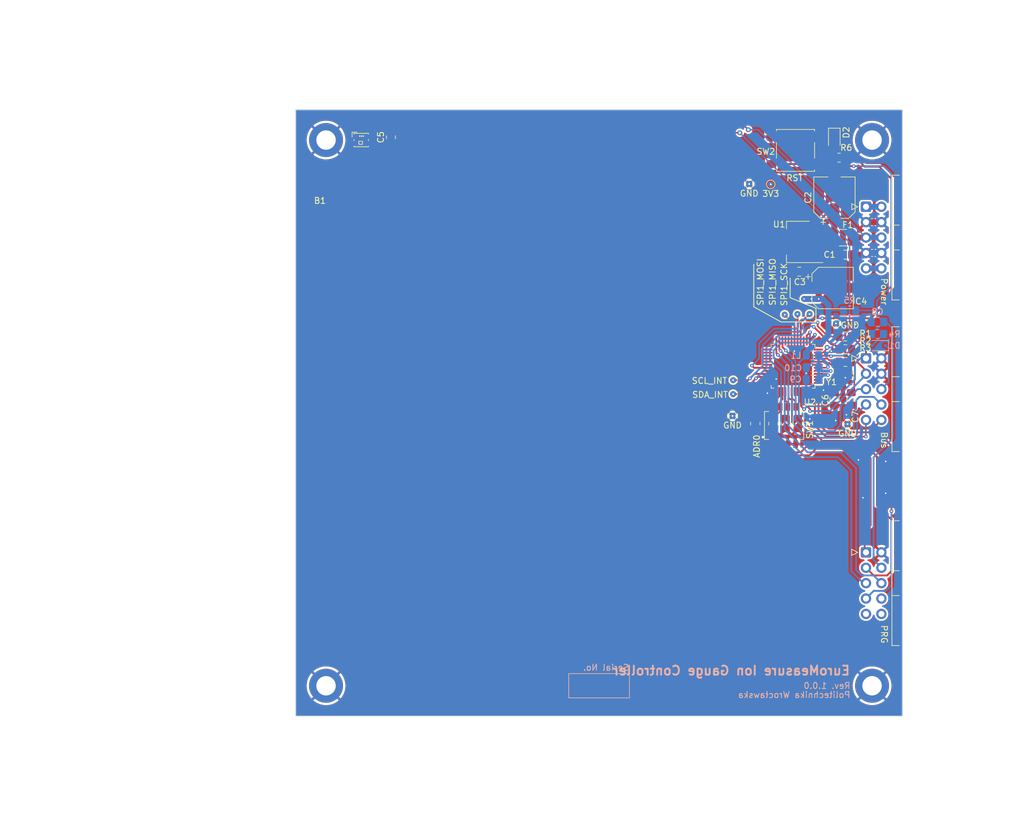
<source format=kicad_pcb>
(kicad_pcb (version 20221018) (generator pcbnew)
  (title_block (title "EuroMeasure Ion Gauge Controller") (date "2023-10-17") (rev "1.0.0"))
  (layers (0 "F.Cu" signal) (31 "B.Cu" signal) (34 "B.Paste" user) (35 "F.Paste" user) (36 "B.SilkS" user "B.Silkscreen") (37 "F.SilkS" user "F.Silkscreen") (38 "B.Mask" user) (39 "F.Mask" user) (44 "Edge.Cuts" user))
  (net 0 "")
  (net 1 "/EuroMeasure/SPI1_SCK")
  (net 2 "GND")
  (net 3 "-15V_INPUT")
  (net 4 "/EuroMeasure/SPI1_MISO")
  (net 5 "/EuroMeasure/SCL_EXT")
  (net 6 "/EuroMeasure/SDA_EXT")
  (net 7 "/EuroMeasure/~{LOCKOUT}")
  (net 8 "/EuroMeasure/RST")
  (net 9 "/EuroMeasure/GP0")
  (net 10 "/EuroMeasure/GP1")
  (net 11 "/EuroMeasure/TRG")
  (net 12 "/EuroMeasure/RDY")
  (net 13 "/EuroMeasure/SWDIO")
  (net 14 "/EuroMeasure/SWCLK")
  (net 15 "+3.3V")
  (net 16 "/EuroMeasure/RX_DEBUG")
  (net 17 "/EuroMeasure/TX_DEBUG")
  (net 18 "/EuroMeasure/ADR0")
  (net 19 "/EuroMeasure/ADR1")
  (net 20 "/EuroMeasure/ADR2")
  (net 21 "/EuroMeasure/SPI1_MOSI")
  (net 22 "/EuroMeasure/ADR3")
  (net 23 "/EuroMeasure/SCL_INT")
  (net 24 "/EuroMeasure/SDA_INT")
  (net 25 "5V_INPUT")
  (net 26 "15V_INPUT")
  (net 27 "/EuroMeasure/PC13")
  (net 28 "/EuroMeasure/NC4")
  (net 29 "/EuroMeasure/NC5")
  (net 30 "/EuroMeasure/NC6")
  (net 31 "/EuroMeasure/PA1")
  (net 32 "/EuroMeasure/PA4")
  (net 33 "/EuroMeasure/PB0")
  (net 34 "/EuroMeasure/PB2")
  (net 35 "/EuroMeasure/SPI2_SCK")
  (net 36 "/EuroMeasure/SPI2_MISO")
  (net 37 "/EuroMeasure/PA15")
  (net 38 "/EuroMeasure/PB3")
  (net 39 "/EuroMeasure/RGB_OUT")
  (net 40 "/EuroMeasure/PB1")
  (net 41 "/EuroMeasure/SPI2_MOSI")
  (net 42 "/EuroMeasure/PA8")
  (net 43 "/EuroMeasure/PA9")
  (net 44 "/EuroMeasure/PC6")
  (net 45 "/EuroMeasure/PA10")
  (net 46 "/EuroMeasure/PB4")
  (net 47 "/EuroMeasure/PB5")
  (net 48 "/EuroMeasure/RGB_LED")
  (net 49 "Net-(U1-VI)")
  (net 50 "/EuroMeasure/OSC_OUT")
  (net 51 "Net-(C7-Pad1)")
  (net 52 "/EuroMeasure/RST_LOCAL")
  (net 53 "/EuroMeasure/MCU_PWR")
  (net 54 "Net-(D1-A)")
  (net 55 "/EuroMeasure/OSC_IN")
  (net 56 "/EuroMeasure/OSC32_IN")
  (net 57 "/EuroMeasure/OSC32_OUT")
  (net 58 "/EuroMeasure/LED")
  (net 59 "Net-(D2-A)")
  (footprint "MEMS_Custom:EuroMeasureLED" (layer "F.Cu") (at 100 50)
    (fp_text reference "B1")
    (fp_text value "EuroBoard")
  )
  (footprint "Capacitor_SMD:C_0805_2012Metric_Pad1.18x1.45mm_HandSolder" (layer "F.Cu") (at 190.6 91.6 180)
    (fp_text reference "R3")
    (fp_text value "0R")
  )
  (footprint "Capacitor_SMD:C_0805_2012Metric_Pad1.18x1.45mm_HandSolder" (layer "F.Cu") (at 190.6 89.5)
    (fp_text reference "R2")
    (fp_text value "0R")
  )
  (footprint "Capacitor_SMD:C_0805_2012Metric_Pad1.18x1.45mm_HandSolder" (layer "F.Cu") (at 115.7 54.5375 90)
    (fp_text reference "C5")
    (fp_text value "10u")
  )
  (footprint "MEMS_Passive:R_0805_2012Metric_Jumper" (layer "F.Cu") (at 182.75 101.75 -90)
    (fp_text reference "JP4" hide)
    (fp_text value "ADR3")
  )
  (footprint "Capacitor_SMD:C_0805_2012Metric_Pad1.18x1.45mm_HandSolder" (layer "F.Cu") (at 190.5775 87.4 180)
    (fp_text reference "R1")
    (fp_text value "0R")
  )
  (footprint "Oscillator:Oscillator_SMD_Abracon_ASDMB-4Pin_2.5x2.0mm" (layer "F.Cu") (at 190.6 94.2 180)
    (fp_text reference "Y1")
    (fp_text value "16MHz")
  )
  (footprint "MEMS_Custom:TestPoint_Pad_D1.0mm" (layer "F.Cu") (at 180.6 83.8)
    (fp_text reference "TP3")
    (fp_text value "SPI1_MOSI")
  )
  (footprint "MEMS_Custom:TestPoint_Pad_D1.0mm" (layer "F.Cu") (at 172 100.5)
    (fp_text reference "TP6")
    (fp_text value "GND")
  )
  (footprint "MEMS_Passive:R_0805_2012Metric_Jumper" (layer "F.Cu") (at 175.75 101.75 -90)
    (fp_text reference "JP1" hide)
    (fp_text value "ADR0")
  )
  (footprint "MEMS_Custom:TestPoint_Pad_D1.0mm" (layer "F.Cu") (at 184.7 83.7)
    (fp_text reference "TP1")
    (fp_text value "SPI1_SCK")
  )
  (footprint "Package_TO_SOT_SMD:SOT-223-3_TabPin2" (layer "F.Cu") (at 182.8 71.8 180)
    (fp_text reference "U1")
    (fp_text value "AZ1117-3V3")
  )
  (footprint "Package_QFP:LQFP-48_7x7mm_P0.5mm" (layer "F.Cu") (at 181.9775 92.305 180)
    (fp_text reference "U2")
    (fp_text value "STM32G030CxT")
  )
  (footprint "MEMS_Custom:TestPoint_Pad_D1.0mm" (layer "F.Cu") (at 172.1 94.6)
    (fp_text reference "TP4")
    (fp_text value "SCL_INT")
  )
  (footprint "Fuse:Fuse_1210_3225Metric" (layer "F.Cu") (at 190.2 71.1 180)
    (fp_text reference "F1")
    (fp_text value "Polyfuse 0.5A")
  )
  (footprint "Button_Switch_SMD:SW_SPST_B3S-1000" (layer "F.Cu") (at 182.3775 56.705)
    (fp_text reference "SW2")
    (fp_text value "RST")
  )
  (footprint "MEMS_Custom:TestPoint_Pad_D1.0mm" (layer "F.Cu") (at 190.95 101.85)
    (fp_text reference "TP7")
    (fp_text value "GND")
  )
  (footprint "Button_Switch_SMD:SW_DIP_SPSTx04_Slide_Omron_A6H-4101_W6.15mm_P1.27mm" (layer "F.Cu") (at 180.5 102.075 -90)
    (fp_text reference "SW1")
    (fp_text value "SW_DIP_x04")
  )
  (footprint "MEMS_Custom:TestPoint_Pad_D1.0mm" (layer "F.Cu") (at 182.7 83.7)
    (fp_text reference "TP2")
    (fp_text value "SPI1_MISO")
  )
  (footprint "Capacitor_SMD:C_0805_2012Metric_Pad1.18x1.45mm_HandSolder" (layer "F.Cu") (at 190.6 73.9)
    (fp_text reference "C1")
    (fp_text value "10u")
  )
  (footprint "MEMS_Custom:TestPoint_Pad_D1.0mm" (layer "F.Cu") (at 189.05 85.25)
    (fp_text reference "TP9")
    (fp_text value "GND")
  )
  (footprint "LED_SMD:LED_0805_2012Metric_Pad1.15x1.40mm_HandSolder" (layer "F.Cu") (at 188.7775 54.905 -90)
    (fp_text reference "D2")
    (fp_text value "RED")
  )
  (footprint "MEMS_Passive:R_0805_2012Metric_Jumper" (layer "F.Cu") (at 180.75 101.75 -90)
    (fp_text reference "JP3" hide)
    (fp_text value "ADR2")
  )
  (footprint "Resistor_SMD:R_0805_2012Metric_Pad1.20x1.40mm_HandSolder" (layer "F.Cu") (at 189.5775 57.905)
    (fp_text reference "R6")
    (fp_text value "1k")
  )
  (footprint "MEMS_Custom:TestPoint_Pad_D1.0mm" (layer "F.Cu") (at 178.3 62.3)
    (fp_text reference "TP10")
    (fp_text value "3V3")
  )
  (footprint "MEMS_Passive:R_0805_2012Metric_Jumper" (layer "F.Cu") (at 178.75 101.75 -90)
    (fp_text reference "JP2" hide)
    (fp_text value "ADR1")
  )
  (footprint "Capacitor_SMD:C_0805_2012Metric_Pad1.18x1.45mm_HandSolder" (layer "F.Cu") (at 188.8 97.7 -90)
    (fp_text reference "C6")
    (fp_text value "8p")
  )
  (footprint "Capacitor_SMD:CP_Elec_6.3x7.7" (layer "F.Cu") (at 188.8 64.5 90)
    (fp_text reference "C2")
    (fp_text value "220u")
  )
  (footprint "Capacitor_SMD:CP_Elec_6.3x7.7" (layer "F.Cu") (at 188.5 79.4)
    (fp_text reference "C4")
    (fp_text value "220u")
  )
  (footprint "Capacitor_SMD:C_0805_2012Metric_Pad1.18x1.45mm_HandSolder" (layer "F.Cu") (at 183 76.7)
    (fp_text reference "C3")
    (fp_text value "10u")
  )
  (footprint "MEMS_Custom:TestPoint_Pad_D1.0mm" (layer "F.Cu") (at 174.75 62.25)
    (fp_text reference "TP8")
    (fp_text value "GND")
  )
  (footprint "Capacitor_SMD:C_0805_2012Metric_Pad1.18x1.45mm_HandSolder" (layer "F.Cu") (at 191.5775 97.7 -90)
    (fp_text reference "C7")
    (fp_text value "8p")
  )
  (footprint "MEMS_Custom:TestPoint_Pad_D1.0mm" (layer "F.Cu") (at 172.1 96.9)
    (fp_text reference "TP5")
    (fp_text value "SDA_INT")
  )
  (footprint "Diode_SMD:D_SOD-323F" (layer "B.Cu") (at 196.1 88.9 180)
    (fp_text reference "D1")
    (fp_text value "1N4148")
  )
  (footprint "Capacitor_SMD:C_0805_2012Metric_Pad1.18x1.45mm_HandSolder" (layer "B.Cu") (at 185.1775 92.505 180)
    (fp_text reference "C10")
    (fp_text value "10u")
  )
  (footprint "Capacitor_SMD:C_0805_2012Metric_Pad1.18x1.45mm_HandSolder" (layer "B.Cu") (at 195.9 85 180)
    (fp_text reference "C8")
    (fp_text value "100n")
  )
  (footprint "Resistor_SMD:R_0805_2012Metric_Pad1.20x1.40mm_HandSolder" (layer "B.Cu") (at 195.9 87)
    (fp_text reference "R4")
    (fp_text value "1k")
  )
  (footprint "Capacitor_SMD:C_0805_2012Metric_Pad1.18x1.45mm_HandSolder" (layer "B.Cu") (at 185.1775 94.505 180)
    (fp_text reference "C9")
    (fp_text value "100n")
  )
  (footprint "Resistor_SMD:R_0805_2012Metric_Pad1.20x1.40mm_HandSolder" (layer "B.Cu") (at 191.3 83.1 180)
    (fp_text reference "R5")
    (fp_text value "1k")
  )
  (footprint "Inductor_SMD:L_0805_2012Metric_Pad1.15x1.40mm_HandSolder" (layer "B.Cu") (at 185.1775 90.505)
    (fp_text reference "L1")
    (fp_text value "Ferrite")
  )
  (gr_line (start 175.5 82.5) (end 180 85) (stroke (width 0.15)) (layer "F.SilkS"))
  (gr_line (start 193 90) (end 192.5 90.5) (stroke (width 0.15)) (layer "F.SilkS"))
  (gr_line (start 180 85) (end 185.75 85) (stroke (width 0.15)) (layer "F.SilkS"))
  (gr_line (start 185.75 82.75) (end 181.5 81) (stroke (width 0.15)) (layer "F.SilkS"))
  (gr_line (start 175.5 82.5) (end 175.5 75.5) (stroke (width 0.15)) (layer "F.SilkS"))
  (gr_line (start 181.5 81) (end 181.5 77.8) (stroke (width 0.15)) (layer "F.SilkS"))
  (gr_line (start 185.75 85) (end 185.75 82.75) (stroke (width 0.15)) (layer "F.SilkS"))
  (gr_rect (start 100 50) (end 200 150) (stroke (width 0.1)) (fill none) (layer "Edge.Cuts"))
  (segment (start 183.2275 85.1225) (end 184.65 83.7) (width 0.3) (layer "F.Cu") (net 1))
  (segment (start 183.2275 88.1425) (end 183.2275 85.1225) (width 0.3) (layer "F.Cu") (net 1))
  (segment (start 184.9775 95.195685) (end 185.631815 95.85) (width 0.25) (layer "F.Cu") (net 2))
  (segment (start 194 73.62) (end 196.54 73.62) (width 1) (layer "F.Cu") (net 2))
  (segment (start 191.2775 79.305) (end 191.2275 79.305) (width 1) (layer "F.Cu") (net 2))
  (segment (start 193.715 73.905) (end 194 73.62) (width 1) (layer "F.Cu") (net 2))
  (segment (start 191.615 73.905) (end 193.715 73.905) (width 1) (layer "F.Cu") (net 2))
  (segment (start 196.54 68.54) (end 194 68.54) (width 1) (layer "F.Cu") (net 2))
  (segment (start 184.3 90.05) (end 185.75 88.6) (width 0.25) (layer "F.Cu") (net 2))
  (segment (start 191.2275 79.305) (end 186.1275 74.205) (width 1) (layer "F.Cu") (net 2))
  (segment (start 185.0275 92.055) (end 186.14 92.055) (width 0.25) (layer "F.Cu") (net 2))
  (segment (start 185.631815 95.85) (end 185.65 95.85) (width 0.25) (layer "F.Cu") (net 2))
  (segment (start 178.4025 54.455) (end 186.3525 54.455) (width 0.3) (layer "F.Cu") (net 2))
  (segment (start 184.015 76.3175) (end 186.1275 74.205) (width 1) (layer "F.Cu") (net 2))
  (segment (start 184.015 76.705) (end 184.015 76.3175) (width 1) (layer "F.Cu") (net 2))
  (via (at 197.25 113.25) (size 0.6) (drill 0.25) (layers "F.Cu" "B.Cu") (net 2))
  (via (at 187 96.25) (size 0.6) (drill 0.25) (layers "F.Cu" "B.Cu") (net 2))
  (via (at 189 101.25) (size 0.6) (drill 0.25) (layers "F.Cu" "B.Cu") (net 2))
  (via (at 177.75 96.75) (size 0.6) (drill 0.25) (layers "F.Cu" "B.Cu") (net 2))
  (via (at 184.75 101) (size 0.6) (drill 0.25) (layers "F.Cu" "B.Cu") (net 2))
  (via (at 190.6755 85.7) (size 0.6) (drill 0.25) (layers "F.Cu" "B.Cu") (net 2))
  (via (at 192.3 85.4) (size 0.6) (drill 0.25) (layers "F.Cu" "B.Cu") (net 2))
  (via (at 185 92.105) (size 0.6) (drill 0.25) (layers "F.Cu" "B.Cu") (net 2))
  (via (at 190.7775 100.305) (size 0.6) (drill 0.25) (layers "F.Cu" "B.Cu") (net 2))
  (via (at 179.2 94.4) (size 0.6) (drill 0.25) (layers "F.Cu" "B.Cu") (net 2))
  (via (at 184.14 93.46) (size 0.6) (drill 0.25) (layers "F.Cu" "B.Cu") (net 2))
  (via (at 192.75 107.75) (size 0.6) (drill 0.25) (layers "F.Cu" "B.Cu") (net 2))
  (via (at 182.2 89.8) (size 0.6) (drill 0.25) (layers "F.Cu" "B.Cu") (net 2))
  (via (at 177 104) (size 0.8) (drill 0.4) (layers "F.Cu" "B.Cu") (net 2))
  (via (at 197.25 108) (size 0.6) (drill 0.25) (layers "F.Cu" "B.Cu") (net 2))
  (via (at 193.5 114) (size 0.6) (drill 0.25) (layers "F.Cu" "B.Cu") (net 2))
  (via (at 188.282153 89.8245) (size 0.6) (drill 0.25) (layers "F.Cu" "B.Cu") (net 2))
  (via (at 190.6 94.2) (size 0.6) (drill 0.25) (layers "F.Cu" "B.Cu") (net 2))
  (segment (start 184.14 94.505) (end 184.14 93.46) (width 0.5) (layer "B.Cu") (net 2))
  (segment (start 184.14 93.46) (end 184.14 92.505) (width 0.5) (layer "B.Cu") (net 2))
  (segment (start 184.54 92.105) (end 184.14 92.505) (width 0.25) (layer "B.Cu") (net 2))
  (segment (start 185.09 92.105) (end 184.54 92.105) (width 0.25) (layer "B.Cu") (net 2))
  (segment (start 193.5525 74.0675) (end 194 73.62) (width 1) (layer "B.Cu") (net 2))
  (segment (start 194 73.62) (end 196.54 73.62) (width 1) (layer "B.Cu") (net 2))
  (segment (start 194 66) (end 196.54 66) (width 1) (layer "B.Cu") (net 3))
  (segment (start 182.7275 83.8275) (end 182.65 83.75) (width 0.3) (layer "F.Cu") (net 4))
  (segment (start 182.7275 88.1425) (end 182.7275 83.8275) (width 0.3) (layer "F.Cu") (net 4))
  (segment (start 183.2275 98.8275) (end 183.2275 96.4675) (width 0.3) (layer "F.Cu") (net 5))
  (segment (start 194 91) (end 194 89.785) (width 0.3) (layer "F.Cu") (net 5))
  (segment (start 194 89.785) (end 191.615 87.4) (width 0.3) (layer "F.Cu") (net 5))
  (segment (start 183.8 99.4) (end 183.2275 98.8275) (width 0.3) (layer "F.Cu") (net 5))
  (via (at 183.8 99.4) (size 0.6) (drill 0.25) (layers "F.Cu" "B.Cu") (net 5))
  (segment (start 187.7775 98.905) (end 192.1775 94.505) (width 0.3) (layer "B.Cu") (net 5))
  (segment (start 183.8 99.4) (end 184.295 98.905) (width 0.3) (layer "B.Cu") (net 5))
  (segment (start 184.295 98.905) (end 187.7775 98.905) (width 0.3) (layer "B.Cu") (net 5))
  (segment (start 193.0825 91) (end 194 91) (width 0.3) (layer "B.Cu") (net 5))
  (segment (start 192.1775 91.905) (end 193.0825 91) (width 0.3) (layer "B.Cu") (net 5))
  (segment (start 192.1775 94.505) (end 192.1775 91.905) (width 0.3) (layer "B.Cu") (net 5))
  (segment (start 194 93.54) (end 194 93.048528) (width 0.3) (layer "F.Cu") (net 6))
  (segment (start 183.7275 98.335761) (end 183.7275 96.4675) (width 0.3) (layer "F.Cu") (net 6))
  (segment (start 194 93.048528) (end 192.575 91.623528) (width 0.3) (layer "F.Cu") (net 6))
  (segment (start 184.7775 99.385761) (end 183.7275 98.335761) (width 0.3) (layer "F.Cu") (net 6))
  (segment (start 192.575 90.4375) (end 191.6375 89.5) (width 0.3) (layer "F.Cu") (net 6))
  (segment (start 192.575 91.623528) (end 192.575 90.4375) (width 0.3) (layer "F.Cu") (net 6))
  (segment (start 184.7775 99.705) (end 184.7775 99.385761) (width 0.3) (layer "F.Cu") (net 6))
  (via (at 184.7775 99.705) (size 0.6) (drill 0.25) (layers "F.Cu" "B.Cu") (net 6))
  (segment (start 184.7775 99.705) (end 188.00625 99.705) (width 0.3) (layer "B.Cu") (net 6))
  (segment (start 188.00625 99.705) (end 194 93.71125) (width 0.3) (layer "B.Cu") (net 6))
  (segment (start 194 93.71125) (end 194 93.54) (width 0.3) (layer "B.Cu") (net 6))
  (segment (start 180.2275 89.155) (end 180.7775 89.705) (width 0.3) (layer "F.Cu") (net 7))
  (segment (start 180.2275 88.1425) (end 180.2275 89.155) (width 0.3) (layer "F.Cu") (net 7))
  (via (at 180.7775 89.705) (size 0.6) (drill 0.25) (layers "F.Cu" "B.Cu") (net 7))
  (segment (start 181.95 91.069239) (end 182.4 91.519239) (width 0.3) (layer "B.Cu") (net 7))
  (segment (start 189.7775 98.905) (end 192.6025 96.08) (width 0.3) (layer "B.Cu") (net 7))
  (segment (start 184.2775 103.005) (end 188.7775 103.005) (width 0.3) (layer "B.Cu") (net 7))
  (segment (start 192.6025 96.08) (end 194 96.08) (width 0.3) (layer "B.Cu") (net 7))
  (segment (start 180.7775 89.705) (end 181.95 90.8775) (width 0.3) (layer "B.Cu") (net 7))
  (segment (start 182.4 91.519239) (end 182.4 101.1275) (width 0.3) (layer "B.Cu") (net 7))
  (segment (start 181.95 90.8775) (end 181.95 91.069239) (width 0.3) (layer "B.Cu") (net 7))
  (segment (start 188.7775 103.005) (end 189.7775 102.005) (width 0.3) (layer "B.Cu") (net 7))
  (segment (start 182.4 101.1275) (end 184.2775 103.005) (width 0.3) (layer "B.Cu") (net 7))
  (segment (start 189.7775 102.005) (end 189.7775 98.905) (width 0.3) (layer "B.Cu") (net 7))
  (segment (start 197.2725 88.9) (end 197.2 88.9) (width 0.25) (layer "B.Cu") (net 8))
  (segment (start 197.715 94.905) (end 196.54 96.08) (width 0.25) (layer "B.Cu") (net 8))
  (segment (start 197.715 89.3425) (end 197.715 94.905) (width 0.25) (layer "B.Cu") (net 8))
  (segment (start 197.715 89.3425) (end 197.2725 88.9) (width 0.25) (layer "B.Cu") (net 8))
  (segment (start 179.2275 90.178352) (end 179.486013 90.436865) (width 0.3) (layer "F.Cu") (net 9))
  (segment (start 179.2275 88.1425) (end 179.2275 90.178352) (width 0.3) (layer "F.Cu") (net 9))
  (via (at 179.486013 90.436865) (size 0.6) (drill 0.25) (layers "F.Cu" "B.Cu") (net 9))
  (segment (start 191.845 104.105) (end 192.55 103.4) (width 0.3) (layer "B.Cu") (net 9))
  (segment (start 179.509365 90.436865) (end 181.2 92.1275) (width 0.3) (layer "B.Cu") (net 9))
  (segment (start 179.486013 90.436865) (end 179.509365 90.436865) (width 0.3) (layer "B.Cu") (net 9))
  (segment (start 192.55 100.07) (end 194 98.62) (width 0.3) (layer "B.Cu") (net 9))
  (segment (start 192.55 103.4) (end 192.55 100.07) (width 0.3) (layer "B.Cu") (net 9))
  (segment (start 181.2 92.1275) (end 181.2 102.1275) (width 0.3) (layer "B.Cu") (net 9))
  (segment (start 181.2 102.1275) (end 183.1775 104.105) (width 0.3) (layer "B.Cu") (net 9))
  (segment (start 183.1775 104.105) (end 191.845 104.105) (width 0.3) (layer "B.Cu") (net 9))
  (segment (start 179.7275 89.573532) (end 179.918234 89.764266) (width 0.3) (layer "F.Cu") (net 10))
  (segment (start 179.7275 88.1425) (end 179.7275 89.573532) (width 0.3) (layer "F.Cu") (net 10))
  (via (at 179.918234 89.764266) (size 0.6) (drill 0.25) (layers "F.Cu" "B.Cu") (net 10))
  (segment (start 181.8 91.646032) (end 181.8 101.5275) (width 0.3) (layer "B.Cu") (net 10))
  (segment (start 192 99.6825) (end 192.3775 99.305) (width 0.3) (layer "B.Cu") (net 10))
  (segment (start 191.295 103.505) (end 192 102.8) (width 0.3) (layer "B.Cu") (net 10))
  (segment (start 195.275 97.355) (end 196.54 98.62) (width 0.3) (layer "B.Cu") (net 10))
  (segment (start 181.8 101.5275) (end 183.7775 103.505) (width 0.3) (layer "B.Cu") (net 10))
  (segment (start 192 102.8) (end 192 99.6825) (width 0.3) (layer "B.Cu") (net 10))
  (segment (start 183.7775 103.505) (end 191.295 103.505) (width 0.3) (layer "B.Cu") (net 10))
  (segment (start 179.918234 89.764266) (end 181.8 91.646032) (width 0.3) (layer "B.Cu") (net 10))
  (segment (start 192.3775 99.305) (end 192.3775 97.905) (width 0.3) (layer "B.Cu") (net 10))
  (segment (start 192.3775 97.905) (end 192.9275 97.355) (width 0.3) (layer "B.Cu") (net 10))
  (segment (start 192.9275 97.355) (end 195.275 97.355) (width 0.3) (layer "B.Cu") (net 10))
  (segment (start 184.2275 97.306041) (end 185.5775 98.656041) (width 0.3) (layer "F.Cu") (net 11))
  (segment (start 187.3775 103.905) (end 193.9775 103.905) (width 0.3) (layer "F.Cu") (net 11))
  (segment (start 184.2275 96.4675) (end 184.2275 97.306041) (width 0.3) (layer "F.Cu") (net 11))
  (segment (start 185.5775 98.656041) (end 185.5775 102.105) (width 0.3) (layer "F.Cu") (net 11))
  (segment (start 185.5775 102.105) (end 187.3775 103.905) (width 0.3) (layer "F.Cu") (net 11))
  (via (at 193.9775 103.905) (size 0.6) (drill 0.25) (layers "F.Cu" "B.Cu") (net 11))
  (segment (start 193.9775 101.1825) (end 194 101.16) (width 0.3) (layer "B.Cu") (net 11))
  (segment (start 193.9775 103.905) (end 193.9775 101.1825) (width 0.3) (layer "B.Cu") (net 11))
  (segment (start 186.1775 101.805) (end 187.5725 103.2) (width 0.3) (layer "F.Cu") (net 12))
  (segment (start 194.5 103.2) (end 196.54 101.16) (width 0.3) (layer "F.Cu") (net 12))
  (segment (start 186.1775 97.9175) (end 186.1775 101.805) (width 0.3) (layer "F.Cu") (net 12))
  (segment (start 187.5725 103.2) (end 194.5 103.2) (width 0.3) (layer "F.Cu") (net 12))
  (segment (start 184.7275 96.4675) (end 186.1775 97.9175) (width 0.3) (layer "F.Cu") (net 12))
  (segment (start 173.25 103.25) (end 177 107) (width 0.3) (layer "F.Cu") (net 13))
  (segment (start 176.5275 94.555) (end 173.25 97.8325) (width 0.3) (layer "F.Cu") (net 13))
  (segment (start 177 107) (end 184.6825 107) (width 0.3) (layer "F.Cu") (net 13))
  (segment (start 193.7775 122.7775) (end 194 123) (width 0.3) (layer "F.Cu") (net 13))
  (segment (start 184.6825 107) (end 185.7775 105.905) (width 0.3) (layer "F.Cu") (net 13))
  (segment (start 185.7775 105.905) (end 193.1775 105.905) (width 0.3) (layer "F.Cu") (net 13))
  (segment (start 177.815 94.555) (end 176.5275 94.555) (width 0.3) (layer "F.Cu") (net 13))
  (segment (start 193.1775 105.905) (end 194.7775 107.505) (width 0.3) (layer "F.Cu") (net 13))
  (segment (start 194.7775 107.505) (end 194.7775 118.505) (width 0.3) (layer "F.Cu") (net 13))
  (segment (start 193.7775 119.505) (end 193.7775 122.7775) (width 0.3) (layer "F.Cu") (net 13))
  (segment (start 173.25 97.8325) (end 173.25 103.25) (width 0.3) (layer "F.Cu") (net 13))
  (segment (start 194.7775 118.505) (end 193.7775 119.505) (width 0.3) (layer "F.Cu") (net 13))
  (segment (start 177.815 95.055) (end 176.8275 95.055) (width 0.3) (layer "F.Cu") (net 14))
  (segment (start 195.265 126.805) (end 194 125.54) (width 0.3) (layer "F.Cu") (net 14))
  (segment (start 173.75 98.1325) (end 173.75 103) (width 0.3) (layer "F.Cu") (net 14))
  (segment (start 197.4775 126.805) (end 195.265 126.805) (width 0.3) (layer "F.Cu") (net 14))
  (segment (start 176.8275 95.055) (end 173.75 98.1325) (width 0.3) (layer "F.Cu") (net 14))
  (segment (start 177.25 106.5) (end 183.25 106.5) (width 0.3) (layer "F.Cu") (net 14))
  (segment (start 193.905 105.305) (end 195.8 107.2) (width 0.3) (layer "F.Cu") (net 14))
  (segment (start 183.25 106.5) (end 184.445 105.305) (width 0.3) (layer "F.Cu") (net 14))
  (segment (start 173.75 103) (end 177.25 106.5) (width 0.3) (layer "F.Cu") (net 14))
  (segment (start 195.8 115.2) (end 198.1775 117.5775) (width 0.3) (layer "F.Cu") (net 14))
  (segment (start 184.445 105.305) (end 193.905 105.305) (width 0.3) (layer "F.Cu") (net 14))
  (segment (start 198.1775 117.5775) (end 198.1775 126.105) (width 0.3) (layer "F.Cu") (net 14))
  (segment (start 195.8 107.2) (end 195.8 115.2) (width 0.3) (layer "F.Cu") (net 14))
  (segment (start 198.1775 126.105) (end 197.4775 126.805) (width 0.3) (layer "F.Cu") (net 14))
  (segment (start 186.2 79.6275) (end 185.8775 79.305) (width 1) (layer "F.Cu") (net 15))
  (segment (start 185 81.2) (end 186.2 81.2) (width 1) (layer "F.Cu") (net 15))
  (segment (start 184.458997 79.305) (end 181.94 76.786003) (width 1) (layer "F.Cu") (net 15))
  (segment (start 181.94 76.705) (end 181.94 74.0175) (width 1) (layer "F.Cu") (net 15))
  (segment (start 181.94 76.786003) (end 181.94 76.705) (width 1) (layer "F.Cu") (net 15))
  (segment (start 181.94 74.0175) (end 179.8275 71.905) (width 1) (layer "F.Cu") (net 15))
  (segment (start 185.8775 79.305) (end 184.458997 79.305) (width 1) (layer "F.Cu") (net 15))
  (segment (start 186.1275 71.905) (end 179.8275 71.905) (width 1) (layer "F.Cu") (net 15))
  (segment (start 197.4 104.6) (end 198.2 105.4) (width 0.3) (layer "F.Cu") (net 15))
  (segment (start 186.8 104.6) (end 197.4 104.6) (width 0.3) (layer "F.Cu") (net 15))
  (segment (start 184.2 102) (end 186.8 104.6) (width 0.3) (layer "F.Cu") (net 15))
  (segment (start 198.2 105.4) (end 198.2 116.2) (width 0.3) (layer "F.Cu") (net 15))
  (segment (start 183.8 81.2) (end 185 81.2) (width 1) (layer "F.Cu") (net 15))
  (segment (start 186.2 81.2) (end 186.2 79.6275) (width 1) (layer "F.Cu") (net 15))
  (via (at 186.2 81.2) (size 0.6) (drill 0.25) (layers "F.Cu" "B.Cu") (net 15))
  (via (at 183.8 81.2) (size 0.6) (drill 0.25) (layers "F.Cu" "B.Cu") (net 15))
  (via (at 198.2 116.2) (size 0.6) (drill 0.25) (layers "F.Cu" "B.Cu") (net 15))
  (via (at 184.2 102) (size 0.6) (drill 0.25) (layers "F.Cu" "B.Cu") (net 15))
  (via (at 185 81.2) (size 0.6) (drill 0.25) (layers "F.Cu" "B.Cu") (net 15))
  (segment (start 187.8 87.2) (end 187.8 83.1) (width 1) (layer "B.Cu") (net 15))
  (segment (start 187.8 83.1) (end 187.8 82.2) (width 1) (layer "B.Cu") (net 15))
  (segment (start 195.27 129.35) (end 194 130.62) (width 0.3) (layer "B.Cu") (net 15))
  (segment (start 198.2 128.45) (end 197.3 129.35) (width 0.3) (layer "B.Cu") (net 15))
  (segment (start 186.8 81.2) (end 186.2 81.2) (width 1) (layer "B.Cu") (net 15))
  (segment (start 185.802082 88.4) (end 186.6 88.4) (width 1) (layer "B.Cu") (net 15))
  (segment (start 185 81.2) (end 183.8 81.2) (width 1) (layer "B.Cu") (net 15))
  (segment (start 184.2 101.95) (end 182.9275 100.6775) (width 0.3) (layer "B.Cu") (net 15))
  (segment (start 186.2 81.2) (end 185 81.2) (width 1) (layer "B.Cu") (net 15))
  (segment (start 182.9275 91.73) (end 184.1525 90.505) (width 0.3) (layer "B.Cu") (net 15))
  (segment (start 184.2 102) (end 184.2 101.95) (width 0.3) (layer "B.Cu") (net 15))
  (segment (start 190.3 83.1) (end 187.8 83.1) (width 0.25) (layer "B.Cu") (net 15))
  (segment (start 184.1525 90.049582) (end 185.802082 88.4) (width 1) (layer "B.Cu") (net 15))
  (segment (start 182.9275 100.6775) (end 182.9275 91.73) (width 0.3) (layer "B.Cu") (net 15))
  (segment (start 186.6 88.4) (end 187.8 87.2) (width 1) (layer "B.Cu") (net 15))
  (segment (start 197.3 129.35) (end 195.27 129.35) (width 0.3) (layer "B.Cu") (net 15))
  (segment (start 198.2 116.2) (end 198.2 128.45) (width 0.3) (layer "B.Cu") (net 15))
  (segment (start 187.8 82.2) (end 186.8 81.2) (width 1) (layer "B.Cu") (net 15))
  (segment (start 184.1525 90.505) (end 184.1525 90.049582) (width 1) (layer "B.Cu") (net 15))
  (segment (start 184.2275 88.1425) (end 184.2275 87.255) (width 0.3) (layer "F.Cu") (net 16))
  (segment (start 184.2275 87.255) (end 184.7775 86.705) (width 0.3) (layer "F.Cu") (net 16))
  (via (at 184.7775 86.705) (size 0.6) (drill 0.25) (layers "F.Cu" "B.Cu") (net 16))
  (segment (start 180 103.3275) (end 183.9775 107.305) (width 0.3) (layer "B.Cu") (net 16))
  (segment (start 193.5525 128.08) (end 194 128.08) (width 0.3) (layer "B.Cu") (net 16))
  (segment (start 178.1775 91.305) (end 180 93.1275) (width 0.3) (layer "B.Cu") (net 16))
  (segment (start 180 93.1275) (end 180 103.3275) (width 0.3) (layer "B.Cu") (net 16))
  (segment (start 179.8825 87.8) (end 178.1775 89.505) (width 0.3) (layer "B.Cu") (net 16))
  (segment (start 184.7775 87.4) (end 184.3775 87.8) (width 0.3) (layer "B.Cu") (net 16))
  (segment (start 191.5775 126.105) (end 193.5525 128.08) (width 0.3) (layer "B.Cu") (net 16))
  (segment (start 191.5775 109.505) (end 191.5775 126.105) (width 0.3) (layer "B.Cu") (net 16))
  (segment (start 183.9775 107.305) (end 189.3775 107.305) (width 0.3) (layer "B.Cu") (net 16))
  (segment (start 184.7775 86.705) (end 184.7775 87.4) (width 0.3) (layer "B.Cu") (net 16))
  (segment (start 189.3775 107.305) (end 191.5775 109.505) (width 0.3) (layer "B.Cu") (net 16))
  (segment (start 178.1775 89.505) (end 178.1775 91.305) (width 0.3) (layer "B.Cu") (net 16))
  (segment (start 184.3775 87.8) (end 179.8825 87.8) (width 0.3) (layer "B.Cu") (net 16))
  (segment (start 184.7275 88.1425) (end 184.7275 87.955) (width 0.3) (layer "F.Cu") (net 17))
  (segment (start 184.7275 87.955) (end 185.5775 87.105) (width 0.3) (layer "F.Cu") (net 17))
  (via (at 185.5775 87.105) (size 0.6) (drill 0.25) (layers "F.Cu" "B.Cu") (net 17))
  (segment (start 178.7775 90.905) (end 178.7775 89.705) (width 0.3) (layer "B.Cu") (net 17))
  (segment (start 193.25 126.8) (end 192.3775 125.9275) (width 0.3) (layer "B.Cu") (net 17))
  (segment (start 178.7775 89.705) (end 180.0825 88.4) (width 0.3) (layer "B.Cu") (net 17))
  (segment (start 180.6 102.7275) (end 180.6 92.7275) (width 0.3) (layer "B.Cu") (net 17))
  (segment (start 196.54 128.08) (end 195.26 126.8) (width 0.3) (layer "B.Cu") (net 17))
  (segment (start 185.5775 87.4225) (end 185.5775 87.105) (width 0.3) (layer "B.Cu") (net 17))
  (segment (start 180.6 92.7275) (end 178.7775 90.905) (width 0.3) (layer "B.Cu") (net 17))
  (segment (start 192.3775 109.105) (end 189.7775 106.505) (width 0.3) (layer "B.Cu") (net 17))
  (segment (start 180.0825 88.4) (end 184.6 88.4) (width 0.3) (layer "B.Cu") (net 17))
  (segment (start 192.3775 125.9275) (end 192.3775 109.105) (width 0.3) (layer "B.Cu") (net 17))
  (segment (start 195.26 126.8) (end 193.25 126.8) (width 0.3) (layer "B.Cu") (net 17))
  (segment (start 184.6 88.4) (end 185.5775 87.4225) (width 0.3) (layer "B.Cu") (net 17))
  (segment (start 184.3775 106.505) (end 180.6 102.7275) (width 0.3) (layer "B.Cu") (net 17))
  (segment (start 189.7775 106.505) (end 184.3775 106.505) (width 0.3) (layer "B.Cu") (net 17))
  (segment (start 178.998185 98) (end 178.75 98) (width 0.25) (layer "F.Cu") (net 18))
  (segment (start 179.7275 96.4675) (end 179.7275 97.270685) (width 0.25) (layer "F.Cu") (net 18))
  (segment (start 177.5875 99) (end 175.75 100.8375) (width 0.25) (layer "F.Cu") (net 18))
  (segment (start 179.7275 97.270685) (end 178.998185 98) (width 0.25) (layer "F.Cu") (net 18))
  (segment (start 178.75 98) (end 178.595 98.155) (width 0.25) (layer "F.Cu") (net 18))
  (segment (start 178.595 98.155) (end 178.595 99) (width 0.25) (layer "F.Cu") (net 18))
  (segment (start 178.595 99) (end 177.5875 99) (width 0.25) (layer "F.Cu") (net 18))
  (segment (start 179.865 98.135) (end 180.2275 97.7725) (width 0.25) (layer "F.Cu") (net 19))
  (segment (start 179.865 99) (end 179.865 99.7225) (width 0.25) (layer "F.Cu") (net 19))
  (segment (start 180.2275 97.7725) (end 180.2275 96.4675) (width 0.25) (layer "F.Cu") (net 19))
  (segment (start 179.865 99) (end 179.865 98.135) (width 0.25) (layer "F.Cu") (net 19))
  (segment (start 179.865 99.7225) (end 178.75 100.8375) (width 0.25) (layer "F.Cu") (net 19))
  (segment (start 181.135 99) (end 181.135 100.4525) (width 0.25) (layer "F.Cu") (net 20))
  (segment (start 180.7275 97.9775) (end 180.7275 96.4675) (width 0.25) (layer "F.Cu") (net 20))
  (segment (start 181.135 100.4525) (end 180.75 100.8375) (width 0.25) (layer "F.Cu") (net 20))
  (segment (start 181.135 98.385) (end 180.7275 97.9775) (width 0.25) (layer "F.Cu") (net 20))
  (segment (start 181.135 99) (end 181.135 98.385) (width 0.25) (layer "F.Cu") (net 20))
  (segment (start 182.2275 85.455) (end 180.58625 83.81375) (width 0.3) (layer "F.Cu") (net 21))
  (segment (start 182.2275 88.1425) (end 182.2275 85.455) (width 0.3) (layer "F.Cu") (net 21))
  (segment (start 182.405 100.4925) (end 182.75 100.8375) (width 0.25) (layer "F.Cu") (net 22))
  (segment (start 181.2275 97.4775) (end 181.2275 96.4675) (width 0.25) (layer "F.Cu") (net 22))
  (segment (start 182 97.75) (end 181.5 97.75) (width 0.25) (layer "F.Cu") (net 22))
  (segment (start 182.405 99) (end 182.405 100.4925) (width 0.25) (layer "F.Cu") (net 22))
  (segment (start 182.405 99) (end 182.405 98.155) (width 0.25) (layer "F.Cu") (net 22))
  (segment (start 181.5 97.75) (end 181.2275 97.4775) (width 0.25) (layer "F.Cu") (net 22))
  (segment (start 182.405 98.155) (end 182 97.75) (width 0.25) (layer "F.Cu") (net 22))
  (segment (start 174.5775 94.605) (end 174.8775 94.305) (width 0.3) (layer "F.Cu") (net 23))
  (segment (start 189.54 87.4) (end 187.735 87.4) (width 0.25) (layer "F.Cu") (net 23))
  (segment (start 186.030612 85.073805) (end 186.030612 85.695612) (width 0.3) (layer "F.Cu") (net 23))
  (segment (start 172.0775 94.605) (end 174.5775 94.605) (width 0.3) (layer "F.Cu") (net 23))
  (segment (start 187.735 87.4) (end 186.030612 85.695612) (width 0.25) (layer "F.Cu") (net 23))
  (segment (start 175.6275 93.555) (end 174.8775 94.305) (width 0.3) (layer "F.Cu") (net 23))
  (segment (start 177.815 93.555) (end 175.6275 93.555) (width 0.3) (layer "F.Cu") (net 23))
  (via (at 174.8775 94.305) (size 0.6) (drill 0.25) (layers "F.Cu" "B.Cu") (net 23))
  (via (at 186.030612 85.073805) (size 0.6) (drill 0.25) (layers "F.Cu" "B.Cu") (net 23))
  (segment (start 179.1775 86.605) (end 176.9775 88.805) (width 0.3) (layer "B.Cu") (net 23))
  (segment (start 176.9775 88.805) (end 176.9775 92.205) (width 0.3) (layer "B.Cu") (net 23))
  (segment (start 185.999417 85.105) (end 183.9775 85.105) (width 0.3) (layer "B.Cu") (net 23))
  (segment (start 186.030612 85.073805) (end 185.999417 85.105) (width 0.3) (layer "B.Cu") (net 23))
  (segment (start 182.9775 86.605) (end 179.1775 86.605) (width 0.3) (layer "B.Cu") (net 23))
  (segment (start 183.4775 86.105) (end 182.9775 86.605) (width 0.3) (layer "B.Cu") (net 23))
  (segment (start 183.9775 85.105) (end 183.4775 85.605) (width 0.3) (layer "B.Cu") (net 23))
  (segment (start 183.4775 85.605) (end 183.4775 86.105) (width 0.3) (layer "B.Cu") (net 23))
  (segment (start 176.9775 92.205) (end 174.8775 94.305) (width 0.3) (layer "B.Cu") (net 23))
  (segment (start 188.25 88.661852) (end 188.724352 88.661852) (width 0.3) (layer "F.Cu") (net 24))
  (segment (start 177.815 94.055) (end 176.108968 94.055) (width 0.3) (layer "F.Cu") (net 24))
  (segment (start 185.389831 85.801683) (end 188.25 88.661852) (width 0.3) (layer "F.Cu") (net 24))
  (segment (start 172.0775 96.905) (end 173.258968 96.905) (width 0.3) (layer "F.Cu") (net 24))
  (segment (start 188.724352 88.661852) (end 189.5625 89.5) (width 0.3) (layer "F.Cu") (net 24))
  (segment (start 173.258968 96.905) (end 175.868234 94.295734) (width 0.3) (layer "F.Cu") (net 24))
  (segment (start 176.108968 94.055) (end 175.868234 94.295734) (width 0.3) (layer "F.Cu") (net 24))
  (via (at 185.389831 85.801683) (size 0.6) (drill 0.25) (layers "F.Cu" "B.Cu") (net 24))
  (via (at 175.868234 94.295734) (size 0.6) (drill 0.25) (layers "F.Cu" "B.Cu") (net 24))
  (segment (start 185.293148 85.705) (end 184.3775 85.705) (width 0.3) (layer "B.Cu") (net 24))
  (segment (start 177.5775 89.205) (end 177.5775 92.586468) (width 0.3) (layer "B.Cu") (net 24))
  (segment (start 183.9775 86.585761) (end 183.358261 87.205) (width 0.3) (layer "B.Cu") (net 24))
  (segment (start 183.9775 86.105) (end 183.9775 86.585761) (width 0.3) (layer "B.Cu") (net 24))
  (segment (start 184.3775 85.705) (end 183.9775 86.105) (width 0.3) (layer "B.Cu") (net 24))
  (segment (start 177.5775 92.586468) (end 175.868234 94.295734) (width 0.3) (layer "B.Cu") (net 24))
  (segment (start 179.5775 87.205) (end 177.5775 89.205) (width 0.3) (layer "B.Cu") (net 24))
  (segment (start 185.389831 85.801683) (end 185.293148 85.705) (width 0.3) (layer "B.Cu") (net 24))
  (segment (start 183.358261 87.205) (end 179.5775 87.205) (width 0.3) (layer "B.Cu") (net 24))
  (segment (start 114.575 54.45) (end 115.7 55.575) (width 0.25) (layer "F.Cu") (net 25))
  (segment (start 194 71.08) (end 191.6025 71.08) (width 1) (layer "F.Cu") (net 25))
  (segment (start 174.1 52.8) (end 174.6 53.3) (width 0.25) (layer "F.Cu") (net 25))
  (segment (start 111.8 54.45) (end 114.575 54.45) (width 0.25) (layer "F.Cu") (net 25))
  (segment (start 119.1 52.8) (end 174.1 52.8) (width 0.25) (layer "F.Cu") (net 25))
  (segment (start 115.7 55.575) (end 116.325 55.575) (width 0.25) (layer "F.Cu") (net 25))
  (segment (start 116.325 55.575) (end 119.1 52.8) (width 0.25) (layer "F.Cu") (net 25))
  (via (at 174.6 53.3) (size 0.8) (drill 0.4) (layers "F.Cu" "B.Cu") (net 25))
  (segment (start 174.6 53.3) (end 176.22 53.3) (width 0.25) (layer "B.Cu") (net 25))
  (segment (start 176.22 53.3) (end 194 71.08) (width 0.25) (layer "B.Cu") (net 25))
  (segment (start 194 71.08) (end 196.54 71.08) (width 1) (layer "B.Cu") (net 25))
  (segment (start 194 76.16) (end 196.54 76.16) (width 1) (layer "B.Cu") (net 26))
  (segment (start 119.6 53.8) (end 116.8 56.6) (width 0.25) (layer "F.Cu") (net 48))
  (segment (start 173.2 53.8) (end 119.6 53.8) (width 0.25) (layer "F.Cu") (net 48))
  (segment (start 186.943185 90.055) (end 187.6 89.398185) (width 0.25) (layer "F.Cu") (net 48))
  (segment (start 187.6 89.398185) (end 187.6 89.2) (width 0.25) (layer "F.Cu") (net 48))
  (segment (start 116.8 56.6) (end 112.85 56.6) (width 0.25) (layer "F.Cu") (net 48))
  (segment (start 186.14 90.055) (end 186.943185 90.055) (width 0.25) (layer "F.Cu") (net 48))
  (segment (start 112.85 56.6) (end 111.8 55.55) (width 0.25) (layer "F.Cu") (net 48))
  (via (at 173.2 53.8) (size 0.8) (drill 0.4) (layers "F.Cu" "B.Cu") (net 48))
  (via (at 187.6 89.2) (size 0.8) (drill 0.4) (layers "F.Cu" "B.Cu") (net 48))
  (segment (start 187.6 89.2) (end 188.3 89.2) (width 0.25) (layer "B.Cu") (net 48))
  (segment (start 191.3 71.9) (end 173.2 53.8) (width 0.25) (layer "B.Cu") (net 48))
  (segment (start 188.3 89.2) (end 191.3 86.2) (width 0.25) (layer "B.Cu") (net 48))
  (segment (start 191.3 86.2) (end 191.3 71.9) (width 0.25) (layer "B.Cu") (net 48))
  (segment (start 188.7775 67.205) (end 188.7775 71.105) (width 1) (layer "F.Cu") (net 49))
  (segment (start 189.54 73.905) (end 189.54 71.8675) (width 1) (layer "F.Cu") (net 49))
  (segment (start 187.2775 69.605) (end 186.1275 69.605) (width 1) (layer "F.Cu") (net 49))
  (segment (start 186.3775 69.605) (end 188.7775 67.205) (width 1) (layer "F.Cu") (net 49))
  (segment (start 189.54 71.8675) (end 188.7775 71.105) (width 1) (layer "F.Cu") (net 49))
  (segment (start 186.1275 69.605) (end 186.3775 69.605) (width 1) (layer "F.Cu") (net 49))
  (segment (start 188.7775 71.105) (end 187.2775 69.605) (width 1) (layer "F.Cu") (net 49))
  (segment (start 189.775 94.975) (end 189.775 95.6875) (width 0.25) (layer "F.Cu") (net 50))
  (segment (start 189.775 94.975) (end 188.8025 94.0025) (width 0.25) (layer "F.Cu") (net 50))
  (segment (start 186.955 91.555) (end 186.14 91.555) (width 0.25) (layer "F.Cu") (net 50))
  (segment (start 188.8025 92.622252) (end 187.919563 91.739315) (width 0.25) (layer "F.Cu") (net 50))
  (segment (start 189.775 95.6875) (end 188.8 96.6625) (width 0.25) (layer "F.Cu") (net 50))
  (segment (start 188.8025 94.0025) (end 188.8025 92.622252) (width 0.25) (layer "F.Cu") (net 50))
  (segment (start 187.919563 91.739315) (end 187.139315 91.739315) (width 0.25) (layer "F.Cu") (net 50))
  (segment (start 187.139315 91.739315) (end 186.955 91.555) (width 0.25) (layer "F.Cu") (net 50))
  (segment (start 192.075 96.165) (end 191.5775 96.6625) (width 0.25) (layer "F.Cu") (net 51))
  (segment (start 191.425 93.425) (end 192.075 94.075) (width 0.25) (layer "F.Cu") (net 51))
  (segment (start 192.075 94.075) (end 192.075 96.165) (width 0.25) (layer "F.Cu") (net 51))
  (segment (start 191.425 91.8125) (end 191.6375 91.6) (width 0.25) (layer "F.Cu") (net 51))
  (segment (start 191.425 93.425) (end 191.425 91.8125) (width 0.25) (layer "F.Cu") (net 51))
  (segment (start 186.3525 58.955) (end 187.2275 58.955) (width 0.3) (layer "F.Cu") (net 52))
  (segment (start 188.136468 90.555) (end 186.14 90.555) (width 0.3) (layer "F.Cu") (net 52))
  (segment (start 187.2275 58.955) (end 187.5775 59.305) (width 0.3) (layer "F.Cu") (net 52))
  (segment (start 187.5775 59.305) (end 191.9775 59.305) (width 0.3) (layer "F.Cu") (net 52))
  (segment (start 188.239472 90.658004) (end 188.136468 90.555) (width 0.3) (layer "F.Cu") (net 52))
  (segment (start 186.3525 58.955) (end 178.4025 58.955) (width 0.3) (layer "F.Cu") (net 52))
  (via (at 191.9775 59.305) (size 0.6) (drill 0.25) (layers "F.Cu" "B.Cu") (net 52))
  (via (at 188.239472 90.658004) (size 0.6) (drill 0.25) (layers "F.Cu" "B.Cu") (net 52))
  (segment (start 195.25 107.35) (end 198.4 104.2) (width 0.3) (layer "B.Cu") (net 52))
  (segment (start 191.9775 59.305) (end 196.9775 59.305) (width 0.3) (layer "B.Cu") (net 52))
  (segment (start 196.9775 59.305) (end 198.1775 60.505) (width 0.3) (layer "B.Cu") (net 52))
  (segment (start 195.815 83.1) (end 195.815 83.8775) (width 0.3) (layer "B.Cu") (net 52))
  (segment (start 193.36625 87.66625) (end 194.23375 87.66625) (width 0.3) (layer "B.Cu") (net 52))
  (segment (start 188.342476 90.555) (end 190.4775 90.555) (width 0.3) (layer "B.Cu") (net 52))
  (segment (start 195.25 124.25) (end 195.25 107.35) (width 0.3) (layer "B.Cu") (net 52))
  (segment (start 190.4775 90.555) (end 193.36625 87.66625) (width 0.3) (layer "B.Cu") (net 52))
  (segment (start 195.815 83.1) (end 195.815 81.4675) (width 0.3) (layer "B.Cu") (net 52))
  (segment (start 192.3 83.1) (end 195.815 83.1) (width 0.25) (layer "B.Cu") (net 52))
  (segment (start 194.23375 87.66625) (end 194.9 87) (width 0.3) (layer "B.Cu") (net 52))
  (segment (start 196.9375 85) (end 196.9 85) (width 0.3) (layer "B.Cu") (net 52))
  (segment (start 196.9 85) (end 194.9 87) (width 0.3) (layer "B.Cu") (net 52))
  (segment (start 198.4 86.1) (end 197.3 85) (width 0.3) (layer "B.Cu") (net 52))
  (segment (start 195.815 83.8775) (end 196.9375 85) (width 0.3) (layer "B.Cu") (net 52))
  (segment (start 198.4 104.2) (end 198.4 86.1) (width 0.3) (layer "B.Cu") (net 52))
  (segment (start 197.3 85) (end 196.9375 85) (width 0.3) (layer "B.Cu") (net 52))
  (segment (start 196.54 125.54) (end 195.25 124.25) (width 0.3) (layer "B.Cu") (net 52))
  (segment (start 195.815 81.4675) (end 198.1775 79.105) (width 0.3) (layer "B.Cu") (net 52))
  (segment (start 198.1775 79.105) (end 198.1775 60.505) (width 0.3) (layer "B.Cu") (net 52))
  (segment (start 188.239472 90.658004) (end 188.342476 90.555) (width 0.3) (layer "B.Cu") (net 52))
  (segment (start 187.533612 93.555) (end 186.14 93.555) (width 0.25) (layer "F.Cu") (net 53))
  (segment (start 188.143869 93.055) (end 186.14 93.055) (width 0.25) (layer "F.Cu") (net 53))
  (segment (start 187.599666 92.555) (end 186.14 92.555) (width 0.25) (layer "F.Cu") (net 53))
  (segment (start 187.729305 93.750693) (end 187.533612 93.555) (width 0.25) (layer "F.Cu") (net 53))
  (segment (start 188.1775 93.088631) (end 188.143869 93.055) (width 0.25) (layer "F.Cu") (net 53))
  (segment (start 187.725515 92.429151) (end 187.599666 92.555) (width 0.25) (layer "F.Cu") (net 53))
  (via (at 187.725515 92.429151) (size 0.6) (drill 0.25) (layers "F.Cu" "B.Cu") (net 53))
  (via (at 188.1775 93.088631) (size 0.6) (drill 0.25) (layers "F.Cu" "B.Cu") (net 53))
  (via (at 187.729305 93.750693) (size 0.6) (drill 0.25) (layers "F.Cu" "B.Cu") (net 53))
  (segment (start 186.969307 93.750693) (end 186.215 94.505) (width 0.5) (layer "B.Cu") (net 53))
  (segment (start 186.215 90.5175) (end 186.2025 90.505) (width 0.5) (layer "B.Cu") (net 53))
  (segment (start 187.725515 92.028015) (end 186.2025 90.505) (width 0.5) (layer "B.Cu") (net 53))
  (segment (start 187.725515 92.429151) (end 187.725515 92.028015) (width 0.5) (layer "B.Cu") (net 53))
  (segment (start 186.215 92.505) (end 186.215 94.505) (width 0.5) (layer "B.Cu") (net 53))
  (segment (start 188.1775 93.088631) (end 186.798631 93.088631) (width 0.5) (layer "B.Cu") (net 53))
  (segment (start 187.729305 93.750693) (end 186.969307 93.750693) (width 0.5) (layer "B.Cu") (net 53))
  (segment (start 186.798631 93.088631) (end 186.215 92.505) (width 0.5) (layer "B.Cu") (net 53))
  (segment (start 186.215 92.505) (end 186.215 90.5175) (width 0.5) (layer "B.Cu") (net 53))
  (segment (start 195 88.9) (end 196.9 87) (width 0.3) (layer "B.Cu") (net 54))
  (segment (start 187.664327 91.055) (end 187.892331 91.283004) (width 0.25) (layer "F.Cu") (net 55))
  (segment (start 186.14 91.055) (end 187.664327 91.055) (width 0.25) (layer "F.Cu") (net 55))
  (segment (start 189.245504 91.283004) (end 189.5625 91.6) (width 0.25) (layer "F.Cu") (net 55))
  (segment (start 187.892331 91.283004) (end 189.245504 91.283004) (width 0.25) (layer "F.Cu") (net 55))
  (segment (start 194.8 84.4) (end 198.2 81) (width 0.3) (layer "F.Cu") (net 58))
  (segment (start 190.5775 57.905) (end 190.6725 58) (width 0.3) (layer "F.Cu") (net 58))
  (segment (start 193.8 59.4) (end 196.2 59.4) (width 0.3) (layer "F.Cu") (net 58))
  (segment (start 190.6725 58) (end 192.4 58) (width 0.3) (layer "F.Cu") (net 58))
  (segment (start 198.2 61.4) (end 198.2 81) (width 0.3) (layer "F.Cu") (net 58))
  (segment (start 194.8 84.4) (end 186.8 84.4) (width 0.3) (layer "F.Cu") (net 58))
  (segment (start 196.2 59.4) (end 198.2 61.4) (width 0.3) (layer "F.Cu") (net 58))
  (segment (start 192.4 58) (end 193.8 59.4) (width 0.3) (layer "F.Cu") (net 58))
  (segment (start 175.555 92.555) (end 175.2 92.2) (width 0.3) (layer "F.Cu") (net 58))
  (segment (start 177.815 92.555) (end 175.555 92.555) (width 0.3) (layer "F.Cu") (net 58))
  (via (at 186.8 84.4) (size 0.6) (drill 0.25) (layers "F.Cu" "B.Cu") (net 58))
  (via (at 175.2 92.2) (size 0.6) (drill 0.25) (layers "F.Cu" "B.Cu") (net 58))
  (segment (start 183.395 84.605) (end 182.8 85.2) (width 0.3) (layer "B.Cu") (net 58))
  (segment (start 184.995 84.605) (end 183.395 84.605) (width 0.3) (layer "B.Cu") (net 58))
  (segment (start 176.4 88.524239) (end 178.819239 86.105) (width 0.3) (layer "B.Cu") (net 58))
  (segment (start 178.819239 86.105) (end 182.495 86.105) (width 0.3) (layer "B.Cu") (net 58))
  (segment (start 185.2 84.4) (end 184.995 84.605) (width 0.3) (layer "B.Cu") (net 58))
  (segment (start 175.2 92.2) (end 176.4 91) (width 0.3) (layer "B.Cu") (net 58))
  (segment (start 182.8 85.2) (end 182.8 85.8) (width 0.3) (layer "B.Cu") (net 58))
  (segment (start 176.4 91) (end 176.4 88.524239) (width 0.3) (layer "B.Cu") (net 58))
  (segment (start 186.8 84.4) (end 185.2 84.4) (width 0.3) (layer "B.Cu") (net 58))
  (segment (start 182.8 85.8) (end 182.495 86.105) (width 0.3) (layer "B.Cu") (net 58))
  (segment (start 188.5775 56.13) (end 188.7775 55.93) (width 0.3) (layer "F.Cu") (net 59))
  (segment (start 188.5775 57.905) (end 188.5775 56.13) (width 0.3) (layer "F.Cu") (net 59))
  (zone (net 15) (net_name "+3.3V") (layer "F.Cu") (priority 1) (connect_pads yes (clearance 0)) (min_thickness 0.254) (fill yes (thermal_gap 0.508) (thermal_bridge_width 0.508))
    (polygon (pts (xy 187.0775 66.905) (xy 186.0775 67.905) (xy 184.4775 67.905) (xy 184.4775 74.405) (xy 183.1775 75.705) (xy 176.6775 75.705) (xy 176.6775 60.805) (xy 187.0775 60.805)))
  )
  (zone (net 2) (net_name "GND") (layers "F&B.Cu") (connect_pads (clearance 0.3)) (min_thickness 0.3) (fill yes (thermal_gap 0.4) (thermal_bridge_width 0.4))
    (polygon (pts (xy 200 150) (xy 100 150) (xy 100 50) (xy 200 50)))
  )
)
</source>
